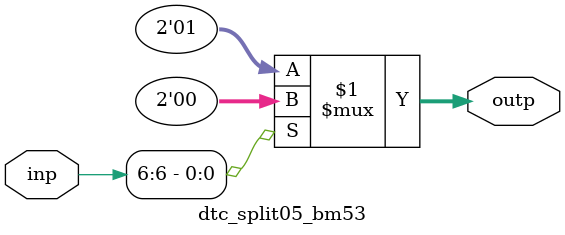
<source format=v>
module dtc_split05_bm53 (
	input  wire [8-1:0] inp,
	output wire [2-1:0] outp
);


	assign outp = (inp[6]) ? 2'b00 : 2'b01;

endmodule
</source>
